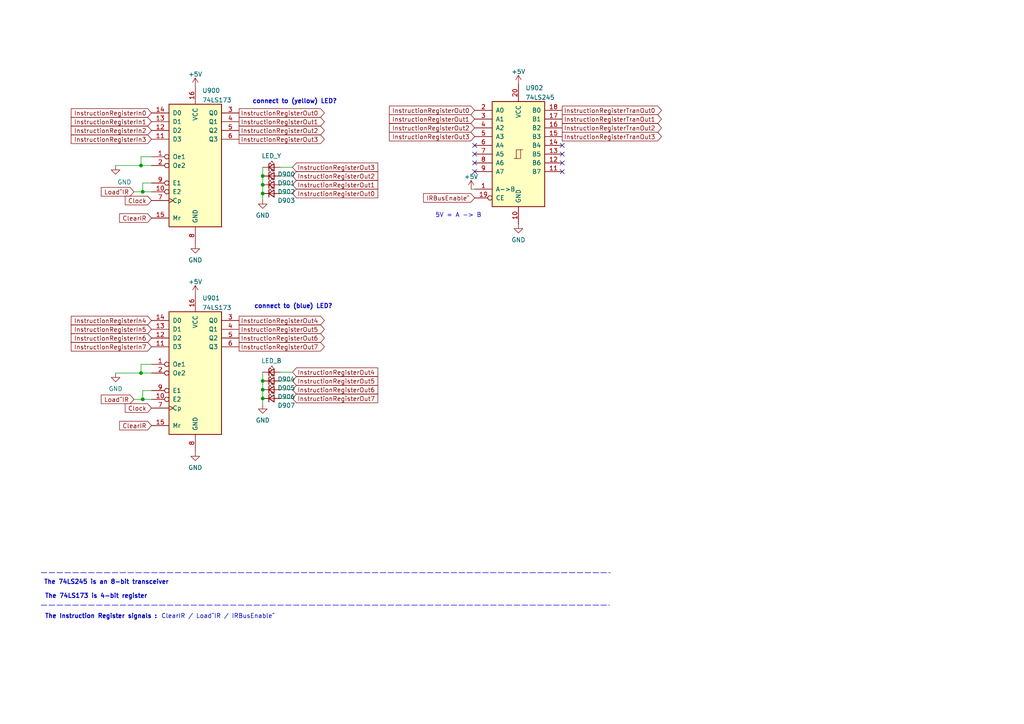
<source format=kicad_sch>
(kicad_sch (version 20211123) (generator eeschema)

  (uuid d5c4f1fa-3fc8-4082-8460-255f9e919c6f)

  (paper "A4")

  (title_block
    (title "InstructionRegister")
    (date "2022-11-11")
    (rev "0.1v")
    (company "FLYX")
  )

  (lib_symbols
    (symbol "74xx:74LS173" (pin_names (offset 1.016)) (in_bom yes) (on_board yes)
      (property "Reference" "U" (id 0) (at -7.62 19.05 0)
        (effects (font (size 1.27 1.27)))
      )
      (property "Value" "74LS173" (id 1) (at -7.62 -19.05 0)
        (effects (font (size 1.27 1.27)))
      )
      (property "Footprint" "" (id 2) (at 0 0 0)
        (effects (font (size 1.27 1.27)) hide)
      )
      (property "Datasheet" "http://www.ti.com/lit/gpn/sn74LS173" (id 3) (at 0 0 0)
        (effects (font (size 1.27 1.27)) hide)
      )
      (property "ki_locked" "" (id 4) (at 0 0 0)
        (effects (font (size 1.27 1.27)))
      )
      (property "ki_keywords" "TTL REG REG4 3State DFF" (id 5) (at 0 0 0)
        (effects (font (size 1.27 1.27)) hide)
      )
      (property "ki_description" "4-bit D-type Register, 3 state out" (id 6) (at 0 0 0)
        (effects (font (size 1.27 1.27)) hide)
      )
      (property "ki_fp_filters" "DIP?16*" (id 7) (at 0 0 0)
        (effects (font (size 1.27 1.27)) hide)
      )
      (symbol "74LS173_1_0"
        (pin input inverted (at -12.7 2.54 0) (length 5.08)
          (name "Oe1" (effects (font (size 1.27 1.27))))
          (number "1" (effects (font (size 1.27 1.27))))
        )
        (pin input inverted (at -12.7 -7.62 0) (length 5.08)
          (name "E2" (effects (font (size 1.27 1.27))))
          (number "10" (effects (font (size 1.27 1.27))))
        )
        (pin input line (at -12.7 7.62 0) (length 5.08)
          (name "D3" (effects (font (size 1.27 1.27))))
          (number "11" (effects (font (size 1.27 1.27))))
        )
        (pin input line (at -12.7 10.16 0) (length 5.08)
          (name "D2" (effects (font (size 1.27 1.27))))
          (number "12" (effects (font (size 1.27 1.27))))
        )
        (pin input line (at -12.7 12.7 0) (length 5.08)
          (name "D1" (effects (font (size 1.27 1.27))))
          (number "13" (effects (font (size 1.27 1.27))))
        )
        (pin input line (at -12.7 15.24 0) (length 5.08)
          (name "D0" (effects (font (size 1.27 1.27))))
          (number "14" (effects (font (size 1.27 1.27))))
        )
        (pin input line (at -12.7 -15.24 0) (length 5.08)
          (name "Mr" (effects (font (size 1.27 1.27))))
          (number "15" (effects (font (size 1.27 1.27))))
        )
        (pin power_in line (at 0 22.86 270) (length 5.08)
          (name "VCC" (effects (font (size 1.27 1.27))))
          (number "16" (effects (font (size 1.27 1.27))))
        )
        (pin input inverted (at -12.7 0 0) (length 5.08)
          (name "Oe2" (effects (font (size 1.27 1.27))))
          (number "2" (effects (font (size 1.27 1.27))))
        )
        (pin tri_state line (at 12.7 15.24 180) (length 5.08)
          (name "Q0" (effects (font (size 1.27 1.27))))
          (number "3" (effects (font (size 1.27 1.27))))
        )
        (pin tri_state line (at 12.7 12.7 180) (length 5.08)
          (name "Q1" (effects (font (size 1.27 1.27))))
          (number "4" (effects (font (size 1.27 1.27))))
        )
        (pin tri_state line (at 12.7 10.16 180) (length 5.08)
          (name "Q2" (effects (font (size 1.27 1.27))))
          (number "5" (effects (font (size 1.27 1.27))))
        )
        (pin tri_state line (at 12.7 7.62 180) (length 5.08)
          (name "Q3" (effects (font (size 1.27 1.27))))
          (number "6" (effects (font (size 1.27 1.27))))
        )
        (pin input clock (at -12.7 -10.16 0) (length 5.08)
          (name "Cp" (effects (font (size 1.27 1.27))))
          (number "7" (effects (font (size 1.27 1.27))))
        )
        (pin power_in line (at 0 -22.86 90) (length 5.08)
          (name "GND" (effects (font (size 1.27 1.27))))
          (number "8" (effects (font (size 1.27 1.27))))
        )
        (pin input inverted (at -12.7 -5.08 0) (length 5.08)
          (name "E1" (effects (font (size 1.27 1.27))))
          (number "9" (effects (font (size 1.27 1.27))))
        )
      )
      (symbol "74LS173_1_1"
        (rectangle (start -7.62 17.78) (end 7.62 -17.78)
          (stroke (width 0.254) (type default) (color 0 0 0 0))
          (fill (type background))
        )
      )
    )
    (symbol "74xx:74LS245" (pin_names (offset 1.016)) (in_bom yes) (on_board yes)
      (property "Reference" "U" (id 0) (at -7.62 16.51 0)
        (effects (font (size 1.27 1.27)))
      )
      (property "Value" "74LS245" (id 1) (at -7.62 -16.51 0)
        (effects (font (size 1.27 1.27)))
      )
      (property "Footprint" "" (id 2) (at 0 0 0)
        (effects (font (size 1.27 1.27)) hide)
      )
      (property "Datasheet" "http://www.ti.com/lit/gpn/sn74LS245" (id 3) (at 0 0 0)
        (effects (font (size 1.27 1.27)) hide)
      )
      (property "ki_locked" "" (id 4) (at 0 0 0)
        (effects (font (size 1.27 1.27)))
      )
      (property "ki_keywords" "TTL BUS 3State" (id 5) (at 0 0 0)
        (effects (font (size 1.27 1.27)) hide)
      )
      (property "ki_description" "Octal BUS Transceivers, 3-State outputs" (id 6) (at 0 0 0)
        (effects (font (size 1.27 1.27)) hide)
      )
      (property "ki_fp_filters" "DIP?20*" (id 7) (at 0 0 0)
        (effects (font (size 1.27 1.27)) hide)
      )
      (symbol "74LS245_1_0"
        (polyline
          (pts
            (xy -0.635 -1.27)
            (xy -0.635 1.27)
            (xy 0.635 1.27)
          )
          (stroke (width 0) (type default) (color 0 0 0 0))
          (fill (type none))
        )
        (polyline
          (pts
            (xy -1.27 -1.27)
            (xy 0.635 -1.27)
            (xy 0.635 1.27)
            (xy 1.27 1.27)
          )
          (stroke (width 0) (type default) (color 0 0 0 0))
          (fill (type none))
        )
        (pin input line (at -12.7 -10.16 0) (length 5.08)
          (name "A->B" (effects (font (size 1.27 1.27))))
          (number "1" (effects (font (size 1.27 1.27))))
        )
        (pin power_in line (at 0 -20.32 90) (length 5.08)
          (name "GND" (effects (font (size 1.27 1.27))))
          (number "10" (effects (font (size 1.27 1.27))))
        )
        (pin tri_state line (at 12.7 -5.08 180) (length 5.08)
          (name "B7" (effects (font (size 1.27 1.27))))
          (number "11" (effects (font (size 1.27 1.27))))
        )
        (pin tri_state line (at 12.7 -2.54 180) (length 5.08)
          (name "B6" (effects (font (size 1.27 1.27))))
          (number "12" (effects (font (size 1.27 1.27))))
        )
        (pin tri_state line (at 12.7 0 180) (length 5.08)
          (name "B5" (effects (font (size 1.27 1.27))))
          (number "13" (effects (font (size 1.27 1.27))))
        )
        (pin tri_state line (at 12.7 2.54 180) (length 5.08)
          (name "B4" (effects (font (size 1.27 1.27))))
          (number "14" (effects (font (size 1.27 1.27))))
        )
        (pin tri_state line (at 12.7 5.08 180) (length 5.08)
          (name "B3" (effects (font (size 1.27 1.27))))
          (number "15" (effects (font (size 1.27 1.27))))
        )
        (pin tri_state line (at 12.7 7.62 180) (length 5.08)
          (name "B2" (effects (font (size 1.27 1.27))))
          (number "16" (effects (font (size 1.27 1.27))))
        )
        (pin tri_state line (at 12.7 10.16 180) (length 5.08)
          (name "B1" (effects (font (size 1.27 1.27))))
          (number "17" (effects (font (size 1.27 1.27))))
        )
        (pin tri_state line (at 12.7 12.7 180) (length 5.08)
          (name "B0" (effects (font (size 1.27 1.27))))
          (number "18" (effects (font (size 1.27 1.27))))
        )
        (pin input inverted (at -12.7 -12.7 0) (length 5.08)
          (name "CE" (effects (font (size 1.27 1.27))))
          (number "19" (effects (font (size 1.27 1.27))))
        )
        (pin tri_state line (at -12.7 12.7 0) (length 5.08)
          (name "A0" (effects (font (size 1.27 1.27))))
          (number "2" (effects (font (size 1.27 1.27))))
        )
        (pin power_in line (at 0 20.32 270) (length 5.08)
          (name "VCC" (effects (font (size 1.27 1.27))))
          (number "20" (effects (font (size 1.27 1.27))))
        )
        (pin tri_state line (at -12.7 10.16 0) (length 5.08)
          (name "A1" (effects (font (size 1.27 1.27))))
          (number "3" (effects (font (size 1.27 1.27))))
        )
        (pin tri_state line (at -12.7 7.62 0) (length 5.08)
          (name "A2" (effects (font (size 1.27 1.27))))
          (number "4" (effects (font (size 1.27 1.27))))
        )
        (pin tri_state line (at -12.7 5.08 0) (length 5.08)
          (name "A3" (effects (font (size 1.27 1.27))))
          (number "5" (effects (font (size 1.27 1.27))))
        )
        (pin tri_state line (at -12.7 2.54 0) (length 5.08)
          (name "A4" (effects (font (size 1.27 1.27))))
          (number "6" (effects (font (size 1.27 1.27))))
        )
        (pin tri_state line (at -12.7 0 0) (length 5.08)
          (name "A5" (effects (font (size 1.27 1.27))))
          (number "7" (effects (font (size 1.27 1.27))))
        )
        (pin tri_state line (at -12.7 -2.54 0) (length 5.08)
          (name "A6" (effects (font (size 1.27 1.27))))
          (number "8" (effects (font (size 1.27 1.27))))
        )
        (pin tri_state line (at -12.7 -5.08 0) (length 5.08)
          (name "A7" (effects (font (size 1.27 1.27))))
          (number "9" (effects (font (size 1.27 1.27))))
        )
      )
      (symbol "74LS245_1_1"
        (rectangle (start -7.62 15.24) (end 7.62 -15.24)
          (stroke (width 0.254) (type default) (color 0 0 0 0))
          (fill (type background))
        )
      )
    )
    (symbol "Device:LED_Small" (pin_numbers hide) (pin_names (offset 0.254) hide) (in_bom yes) (on_board yes)
      (property "Reference" "D" (id 0) (at -1.27 3.175 0)
        (effects (font (size 1.27 1.27)) (justify left))
      )
      (property "Value" "LED_Small" (id 1) (at -4.445 -2.54 0)
        (effects (font (size 1.27 1.27)) (justify left))
      )
      (property "Footprint" "" (id 2) (at 0 0 90)
        (effects (font (size 1.27 1.27)) hide)
      )
      (property "Datasheet" "~" (id 3) (at 0 0 90)
        (effects (font (size 1.27 1.27)) hide)
      )
      (property "ki_keywords" "LED diode light-emitting-diode" (id 4) (at 0 0 0)
        (effects (font (size 1.27 1.27)) hide)
      )
      (property "ki_description" "Light emitting diode, small symbol" (id 5) (at 0 0 0)
        (effects (font (size 1.27 1.27)) hide)
      )
      (property "ki_fp_filters" "LED* LED_SMD:* LED_THT:*" (id 6) (at 0 0 0)
        (effects (font (size 1.27 1.27)) hide)
      )
      (symbol "LED_Small_0_1"
        (polyline
          (pts
            (xy -0.762 -1.016)
            (xy -0.762 1.016)
          )
          (stroke (width 0.254) (type default) (color 0 0 0 0))
          (fill (type none))
        )
        (polyline
          (pts
            (xy 1.016 0)
            (xy -0.762 0)
          )
          (stroke (width 0) (type default) (color 0 0 0 0))
          (fill (type none))
        )
        (polyline
          (pts
            (xy 0.762 -1.016)
            (xy -0.762 0)
            (xy 0.762 1.016)
            (xy 0.762 -1.016)
          )
          (stroke (width 0.254) (type default) (color 0 0 0 0))
          (fill (type none))
        )
        (polyline
          (pts
            (xy 0 0.762)
            (xy -0.508 1.27)
            (xy -0.254 1.27)
            (xy -0.508 1.27)
            (xy -0.508 1.016)
          )
          (stroke (width 0) (type default) (color 0 0 0 0))
          (fill (type none))
        )
        (polyline
          (pts
            (xy 0.508 1.27)
            (xy 0 1.778)
            (xy 0.254 1.778)
            (xy 0 1.778)
            (xy 0 1.524)
          )
          (stroke (width 0) (type default) (color 0 0 0 0))
          (fill (type none))
        )
      )
      (symbol "LED_Small_1_1"
        (pin passive line (at -2.54 0 0) (length 1.778)
          (name "K" (effects (font (size 1.27 1.27))))
          (number "1" (effects (font (size 1.27 1.27))))
        )
        (pin passive line (at 2.54 0 180) (length 1.778)
          (name "A" (effects (font (size 1.27 1.27))))
          (number "2" (effects (font (size 1.27 1.27))))
        )
      )
    )
    (symbol "power:+5V" (power) (pin_names (offset 0)) (in_bom yes) (on_board yes)
      (property "Reference" "#PWR" (id 0) (at 0 -3.81 0)
        (effects (font (size 1.27 1.27)) hide)
      )
      (property "Value" "+5V" (id 1) (at 0 3.556 0)
        (effects (font (size 1.27 1.27)))
      )
      (property "Footprint" "" (id 2) (at 0 0 0)
        (effects (font (size 1.27 1.27)) hide)
      )
      (property "Datasheet" "" (id 3) (at 0 0 0)
        (effects (font (size 1.27 1.27)) hide)
      )
      (property "ki_keywords" "power-flag" (id 4) (at 0 0 0)
        (effects (font (size 1.27 1.27)) hide)
      )
      (property "ki_description" "Power symbol creates a global label with name \"+5V\"" (id 5) (at 0 0 0)
        (effects (font (size 1.27 1.27)) hide)
      )
      (symbol "+5V_0_1"
        (polyline
          (pts
            (xy -0.762 1.27)
            (xy 0 2.54)
          )
          (stroke (width 0) (type default) (color 0 0 0 0))
          (fill (type none))
        )
        (polyline
          (pts
            (xy 0 0)
            (xy 0 2.54)
          )
          (stroke (width 0) (type default) (color 0 0 0 0))
          (fill (type none))
        )
        (polyline
          (pts
            (xy 0 2.54)
            (xy 0.762 1.27)
          )
          (stroke (width 0) (type default) (color 0 0 0 0))
          (fill (type none))
        )
      )
      (symbol "+5V_1_1"
        (pin power_in line (at 0 0 90) (length 0) hide
          (name "+5V" (effects (font (size 1.27 1.27))))
          (number "1" (effects (font (size 1.27 1.27))))
        )
      )
    )
    (symbol "power:GND" (power) (pin_names (offset 0)) (in_bom yes) (on_board yes)
      (property "Reference" "#PWR" (id 0) (at 0 -6.35 0)
        (effects (font (size 1.27 1.27)) hide)
      )
      (property "Value" "GND" (id 1) (at 0 -3.81 0)
        (effects (font (size 1.27 1.27)))
      )
      (property "Footprint" "" (id 2) (at 0 0 0)
        (effects (font (size 1.27 1.27)) hide)
      )
      (property "Datasheet" "" (id 3) (at 0 0 0)
        (effects (font (size 1.27 1.27)) hide)
      )
      (property "ki_keywords" "power-flag" (id 4) (at 0 0 0)
        (effects (font (size 1.27 1.27)) hide)
      )
      (property "ki_description" "Power symbol creates a global label with name \"GND\" , ground" (id 5) (at 0 0 0)
        (effects (font (size 1.27 1.27)) hide)
      )
      (symbol "GND_0_1"
        (polyline
          (pts
            (xy 0 0)
            (xy 0 -1.27)
            (xy 1.27 -1.27)
            (xy 0 -2.54)
            (xy -1.27 -1.27)
            (xy 0 -1.27)
          )
          (stroke (width 0) (type default) (color 0 0 0 0))
          (fill (type none))
        )
      )
      (symbol "GND_1_1"
        (pin power_in line (at 0 0 270) (length 0) hide
          (name "GND" (effects (font (size 1.27 1.27))))
          (number "1" (effects (font (size 1.27 1.27))))
        )
      )
    )
  )

  (junction (at 40.894 48.006) (diameter 0) (color 0 0 0 0)
    (uuid 139aaf37-d651-4a7d-8f3e-ba9c7b40c8dc)
  )
  (junction (at 76.2 56.134) (diameter 0) (color 0 0 0 0)
    (uuid 1799fe46-0229-4350-bd89-b1334ef8a2db)
  )
  (junction (at 76.2 115.57) (diameter 0) (color 0 0 0 0)
    (uuid 19b8753e-a770-42ee-a39f-114700a70727)
  )
  (junction (at 40.894 108.204) (diameter 0) (color 0 0 0 0)
    (uuid 2bd15b88-bfa7-4343-85f7-a4bf87cbdb9c)
  )
  (junction (at 41.402 55.626) (diameter 0) (color 0 0 0 0)
    (uuid 2f3e6f8a-067b-4be4-8100-0ee3ba1aa8d6)
  )
  (junction (at 76.2 110.49) (diameter 0) (color 0 0 0 0)
    (uuid 7387b1a7-2fa6-44fa-b948-852bd8cb633f)
  )
  (junction (at 76.2 113.03) (diameter 0) (color 0 0 0 0)
    (uuid 98849068-5e0e-4257-8343-59024f701640)
  )
  (junction (at 76.2 51.054) (diameter 0) (color 0 0 0 0)
    (uuid a2833ecc-19ae-4f12-b4dc-1419e1fdbd5d)
  )
  (junction (at 76.2 53.594) (diameter 0) (color 0 0 0 0)
    (uuid e69cf7cc-4203-4556-9539-09d7bbf10812)
  )
  (junction (at 41.402 115.824) (diameter 0) (color 0 0 0 0)
    (uuid f1309435-5f75-484d-80eb-ac3ee3412fa6)
  )

  (no_connect (at 163.068 42.164) (uuid 24c566ee-7074-4e8f-9bc4-9f91ec71320e))
  (no_connect (at 163.068 44.704) (uuid 24c566ee-7074-4e8f-9bc4-9f91ec71320f))
  (no_connect (at 163.068 47.244) (uuid 24c566ee-7074-4e8f-9bc4-9f91ec713210))
  (no_connect (at 163.068 49.784) (uuid 24c566ee-7074-4e8f-9bc4-9f91ec713211))
  (no_connect (at 137.668 42.164) (uuid 24c566ee-7074-4e8f-9bc4-9f91ec713212))
  (no_connect (at 137.668 44.704) (uuid 24c566ee-7074-4e8f-9bc4-9f91ec713213))
  (no_connect (at 137.668 47.244) (uuid 24c566ee-7074-4e8f-9bc4-9f91ec713214))
  (no_connect (at 137.668 49.784) (uuid 24c566ee-7074-4e8f-9bc4-9f91ec713215))

  (wire (pts (xy 43.942 113.284) (xy 41.402 113.284))
    (stroke (width 0) (type default) (color 0 0 0 0))
    (uuid 0b46ef46-cf3a-4cb1-8142-1f284b97508e)
  )
  (wire (pts (xy 41.402 113.284) (xy 41.402 115.824))
    (stroke (width 0) (type default) (color 0 0 0 0))
    (uuid 133f0c0b-73b4-4dbb-9f2b-c72780885d4e)
  )
  (wire (pts (xy 43.942 45.466) (xy 40.894 45.466))
    (stroke (width 0) (type default) (color 0 0 0 0))
    (uuid 158bc620-a684-461c-bca0-de7b67c7476d)
  )
  (wire (pts (xy 40.894 105.664) (xy 40.894 108.204))
    (stroke (width 0) (type default) (color 0 0 0 0))
    (uuid 17086953-a05b-4389-8406-e679e7be7105)
  )
  (wire (pts (xy 76.2 107.95) (xy 76.2 110.49))
    (stroke (width 0) (type default) (color 0 0 0 0))
    (uuid 178b6a2c-bf20-4fb8-a081-eac83d870d6e)
  )
  (wire (pts (xy 33.528 108.204) (xy 40.894 108.204))
    (stroke (width 0) (type default) (color 0 0 0 0))
    (uuid 1af84461-d56c-47ae-9a88-921f8a59edd2)
  )
  (wire (pts (xy 76.2 51.054) (xy 76.2 53.594))
    (stroke (width 0) (type default) (color 0 0 0 0))
    (uuid 1e86eaa8-cd04-4480-b173-1d8f217bc8c8)
  )
  (wire (pts (xy 43.942 108.204) (xy 40.894 108.204))
    (stroke (width 0) (type default) (color 0 0 0 0))
    (uuid 22f52919-6003-484d-9b63-6c3b45810536)
  )
  (wire (pts (xy 81.28 53.594) (xy 84.836 53.594))
    (stroke (width 0) (type default) (color 0 0 0 0))
    (uuid 28a2b494-0596-4b1f-8163-70d0b62bde0e)
  )
  (wire (pts (xy 81.28 48.514) (xy 84.836 48.514))
    (stroke (width 0) (type default) (color 0 0 0 0))
    (uuid 308981f8-1b17-4df5-abfe-e829d77e28f8)
  )
  (wire (pts (xy 41.402 55.626) (xy 43.942 55.626))
    (stroke (width 0) (type default) (color 0 0 0 0))
    (uuid 31e28df7-3da1-417c-8b67-31fba2568e93)
  )
  (wire (pts (xy 76.2 110.49) (xy 76.2 113.03))
    (stroke (width 0) (type default) (color 0 0 0 0))
    (uuid 3c48bbbc-2944-434e-9e48-4aeb6c20ce53)
  )
  (wire (pts (xy 43.942 48.006) (xy 40.894 48.006))
    (stroke (width 0) (type default) (color 0 0 0 0))
    (uuid 436925b2-7b99-4894-8422-eac592dffefd)
  )
  (wire (pts (xy 81.28 107.95) (xy 84.836 107.95))
    (stroke (width 0) (type default) (color 0 0 0 0))
    (uuid 49810e36-27a6-4dd8-85b1-26b3262ae11c)
  )
  (wire (pts (xy 41.402 53.086) (xy 41.402 55.626))
    (stroke (width 0) (type default) (color 0 0 0 0))
    (uuid 503f0f0b-26bd-44e0-9302-71d808954903)
  )
  (wire (pts (xy 33.528 48.006) (xy 40.894 48.006))
    (stroke (width 0) (type default) (color 0 0 0 0))
    (uuid 59cc419b-de36-4132-a57b-340200ce6e66)
  )
  (wire (pts (xy 76.2 113.03) (xy 76.2 115.57))
    (stroke (width 0) (type default) (color 0 0 0 0))
    (uuid 62f6ec66-3f38-467a-a55b-0c43f6c25b96)
  )
  (wire (pts (xy 43.942 105.664) (xy 40.894 105.664))
    (stroke (width 0) (type default) (color 0 0 0 0))
    (uuid 693be82e-519b-4cd2-9691-9be4ae8d3c95)
  )
  (polyline (pts (xy 11.938 175.514) (xy 176.784 175.514))
    (stroke (width 0) (type default) (color 0 0 0 0))
    (uuid 6a9b585e-1c8c-4d84-b23a-f00fd69a830b)
  )

  (wire (pts (xy 81.28 113.03) (xy 84.836 113.03))
    (stroke (width 0) (type default) (color 0 0 0 0))
    (uuid 75487870-e12b-41c3-9886-af6829ba631f)
  )
  (wire (pts (xy 41.402 115.824) (xy 43.942 115.824))
    (stroke (width 0) (type default) (color 0 0 0 0))
    (uuid 76975803-bb80-4374-9138-b5ca56bb5c51)
  )
  (polyline (pts (xy 11.938 166.116) (xy 177.038 166.116))
    (stroke (width 0) (type default) (color 0 0 0 0))
    (uuid 7cadf606-ff23-4dff-94a1-d990cc9e8b6f)
  )

  (wire (pts (xy 81.28 51.054) (xy 84.836 51.054))
    (stroke (width 0) (type default) (color 0 0 0 0))
    (uuid 82cb453f-c2b3-4e8d-bf88-37d4adaf8f97)
  )
  (wire (pts (xy 76.2 56.134) (xy 76.2 57.912))
    (stroke (width 0) (type default) (color 0 0 0 0))
    (uuid 8d78a386-1a8e-44c6-a677-150545b85bbd)
  )
  (wire (pts (xy 76.2 115.57) (xy 76.2 117.348))
    (stroke (width 0) (type default) (color 0 0 0 0))
    (uuid 9b3325ff-6360-4bf7-894f-367a3669248c)
  )
  (wire (pts (xy 38.862 115.824) (xy 41.402 115.824))
    (stroke (width 0) (type default) (color 0 0 0 0))
    (uuid a40ec2af-9ad3-4334-954a-fda7b3dda604)
  )
  (wire (pts (xy 81.28 115.57) (xy 84.836 115.57))
    (stroke (width 0) (type default) (color 0 0 0 0))
    (uuid a50e34ec-78e2-4c16-9fe0-edc90e7b97e2)
  )
  (wire (pts (xy 76.2 48.514) (xy 76.2 51.054))
    (stroke (width 0) (type default) (color 0 0 0 0))
    (uuid a9669e73-0978-4947-a094-689a18b0faaf)
  )
  (wire (pts (xy 43.942 53.086) (xy 41.402 53.086))
    (stroke (width 0) (type default) (color 0 0 0 0))
    (uuid aafb9fdc-e7a9-4181-afaf-9798ef648cd1)
  )
  (wire (pts (xy 40.894 45.466) (xy 40.894 48.006))
    (stroke (width 0) (type default) (color 0 0 0 0))
    (uuid c250bd32-e280-451b-ac8e-47de63d644bc)
  )
  (wire (pts (xy 136.652 54.864) (xy 137.668 54.864))
    (stroke (width 0) (type default) (color 0 0 0 0))
    (uuid c2a104b7-e52e-4964-820b-f55d8c443460)
  )
  (wire (pts (xy 81.28 56.134) (xy 84.836 56.134))
    (stroke (width 0) (type default) (color 0 0 0 0))
    (uuid dcba0fb3-7c18-43e6-84d4-4a1053c6a20a)
  )
  (wire (pts (xy 81.28 110.49) (xy 84.836 110.49))
    (stroke (width 0) (type default) (color 0 0 0 0))
    (uuid e93643f1-e7e3-4305-81fc-ca8d612a16c4)
  )
  (wire (pts (xy 76.2 53.594) (xy 76.2 56.134))
    (stroke (width 0) (type default) (color 0 0 0 0))
    (uuid ec6221a9-d28c-4cf8-9767-e5294b902162)
  )
  (wire (pts (xy 38.862 55.626) (xy 41.402 55.626))
    (stroke (width 0) (type default) (color 0 0 0 0))
    (uuid ee147c48-1224-41d8-bbcb-b8aa7382847c)
  )

  (text "The 74LS173 is 4-bit register" (at 12.954 173.736 0)
    (effects (font (size 1.27 1.27) (thickness 0.254) bold) (justify left bottom))
    (uuid 01a42758-99ba-474e-be33-d674fefb3b35)
  )
  (text "The Instruction Register signals :" (at 12.954 179.578 0)
    (effects (font (size 1.27 1.27) (thickness 0.254) bold) (justify left bottom))
    (uuid 1435a85d-b2ab-40ff-8820-5523bfed863d)
  )
  (text "The 74LS245 is an 8-bit transceiver" (at 12.7 169.672 0)
    (effects (font (size 1.27 1.27) (thickness 0.254) bold) (justify left bottom))
    (uuid 362c7fdb-d4d7-4746-91cd-695d44c090f6)
  )
  (text "connect to (blue) LED?" (at 73.66 89.662 0)
    (effects (font (size 1.27 1.27) (thickness 0.254) bold) (justify left bottom))
    (uuid 3da1bf56-6114-40ff-84ae-dd6191aa5128)
  )
  (text "ClearIR / Load^IR / IRBusEnable^" (at 46.736 179.578 0)
    (effects (font (size 1.27 1.27)) (justify left bottom))
    (uuid afc1cda9-b355-4a65-92b8-2768c705745f)
  )
  (text "5V = A -> B" (at 126.238 63.246 0)
    (effects (font (size 1.27 1.27)) (justify left bottom))
    (uuid caeb8276-c6f8-414b-af47-e77c7364c1a7)
  )
  (text "connect to (yellow) LED?" (at 73.152 30.226 0)
    (effects (font (size 1.27 1.27) (thickness 0.254) bold) (justify left bottom))
    (uuid e8413139-4f27-4bb7-b863-6348902a68e5)
  )

  (global_label "InstructionRegisterOut3" (shape input) (at 84.836 48.514 0) (fields_autoplaced)
    (effects (font (size 1.27 1.27)) (justify left))
    (uuid 04a7aa27-f5a9-4329-b781-0cd0e90f2f9d)
    (property "Intersheet References" "${INTERSHEET_REFS}" (id 0) (at 109.5648 48.5934 0)
      (effects (font (size 1.27 1.27)) (justify left) hide)
    )
  )
  (global_label "InstructionRegisterOut0" (shape output) (at 69.342 32.766 0) (fields_autoplaced)
    (effects (font (size 1.27 1.27)) (justify left))
    (uuid 12a2183f-2819-40d5-ac09-721967f4d220)
    (property "Intersheet References" "${INTERSHEET_REFS}" (id 0) (at 94.0708 32.6866 0)
      (effects (font (size 1.27 1.27)) (justify left) hide)
    )
  )
  (global_label "InstructionRegisterOut2" (shape input) (at 137.668 37.084 180) (fields_autoplaced)
    (effects (font (size 1.27 1.27)) (justify right))
    (uuid 186c556c-4e63-4031-aec6-b64de5e10936)
    (property "Intersheet References" "${INTERSHEET_REFS}" (id 0) (at 112.9392 37.0046 0)
      (effects (font (size 1.27 1.27)) (justify right) hide)
    )
  )
  (global_label "InstructionRegisterOut5" (shape output) (at 69.342 95.504 0) (fields_autoplaced)
    (effects (font (size 1.27 1.27)) (justify left))
    (uuid 2ed0eaa8-e4ac-4a6d-a033-823cf604bcd6)
    (property "Intersheet References" "${INTERSHEET_REFS}" (id 0) (at 94.0708 95.4246 0)
      (effects (font (size 1.27 1.27)) (justify left) hide)
    )
  )
  (global_label "InstructionRegisterOut2" (shape input) (at 84.836 51.054 0) (fields_autoplaced)
    (effects (font (size 1.27 1.27)) (justify left))
    (uuid 31d6e6f4-c1eb-479e-881f-ffd1e14120a9)
    (property "Intersheet References" "${INTERSHEET_REFS}" (id 0) (at 109.5648 51.1334 0)
      (effects (font (size 1.27 1.27)) (justify left) hide)
    )
  )
  (global_label "InstructionRegisterIn5" (shape input) (at 43.942 95.504 180) (fields_autoplaced)
    (effects (font (size 1.27 1.27)) (justify right))
    (uuid 3b728bba-0272-4218-bdae-652712f636a6)
    (property "Intersheet References" "${INTERSHEET_REFS}" (id 0) (at 20.6646 95.4246 0)
      (effects (font (size 1.27 1.27)) (justify right) hide)
    )
  )
  (global_label "ClearIR" (shape input) (at 43.942 63.246 180) (fields_autoplaced)
    (effects (font (size 1.27 1.27)) (justify right))
    (uuid 45a67a03-9ed2-4c92-b2b4-c94944fcbd37)
    (property "Intersheet References" "${INTERSHEET_REFS}" (id 0) (at 34.6951 63.1666 0)
      (effects (font (size 1.27 1.27)) (justify right) hide)
    )
  )
  (global_label "InstructionRegisterIn1" (shape input) (at 43.942 35.306 180) (fields_autoplaced)
    (effects (font (size 1.27 1.27)) (justify right))
    (uuid 48279a5d-93d7-4c61-a380-4f3dc956756c)
    (property "Intersheet References" "${INTERSHEET_REFS}" (id 0) (at 20.6646 35.2266 0)
      (effects (font (size 1.27 1.27)) (justify right) hide)
    )
  )
  (global_label "InstructionRegisterIn3" (shape input) (at 43.942 40.386 180) (fields_autoplaced)
    (effects (font (size 1.27 1.27)) (justify right))
    (uuid 4c2da29e-9b4b-4080-afc0-45b9e086b9b5)
    (property "Intersheet References" "${INTERSHEET_REFS}" (id 0) (at 20.6646 40.3066 0)
      (effects (font (size 1.27 1.27)) (justify right) hide)
    )
  )
  (global_label "Clock" (shape input) (at 43.942 118.364 180) (fields_autoplaced)
    (effects (font (size 1.27 1.27)) (justify right))
    (uuid 59a03aa7-bdb0-4003-950a-8e95321805fd)
    (property "Intersheet References" "${INTERSHEET_REFS}" (id 0) (at 36.3279 118.2846 0)
      (effects (font (size 1.27 1.27)) (justify right) hide)
    )
  )
  (global_label "InstructionRegisterOut6" (shape output) (at 69.342 98.044 0) (fields_autoplaced)
    (effects (font (size 1.27 1.27)) (justify left))
    (uuid 64ce864b-1f8f-4dd1-99b0-8cba85ebf6ae)
    (property "Intersheet References" "${INTERSHEET_REFS}" (id 0) (at 94.0708 97.9646 0)
      (effects (font (size 1.27 1.27)) (justify left) hide)
    )
  )
  (global_label "InstructionRegisterTranOut1" (shape output) (at 163.068 34.544 0) (fields_autoplaced)
    (effects (font (size 1.27 1.27)) (justify left))
    (uuid 6a6db224-5c79-4439-9ddf-ae3a417491f0)
    (property "Intersheet References" "${INTERSHEET_REFS}" (id 0) (at 191.8487 34.4646 0)
      (effects (font (size 1.27 1.27)) (justify left) hide)
    )
  )
  (global_label "InstructionRegisterIn2" (shape input) (at 43.942 37.846 180) (fields_autoplaced)
    (effects (font (size 1.27 1.27)) (justify right))
    (uuid 78b0264f-c293-4a49-8634-a8dedb21d072)
    (property "Intersheet References" "${INTERSHEET_REFS}" (id 0) (at 20.6646 37.7666 0)
      (effects (font (size 1.27 1.27)) (justify right) hide)
    )
  )
  (global_label "InstructionRegisterOut7" (shape input) (at 84.836 115.57 0) (fields_autoplaced)
    (effects (font (size 1.27 1.27)) (justify left))
    (uuid 805563f2-e69a-4a35-9f99-23c4e789ad11)
    (property "Intersheet References" "${INTERSHEET_REFS}" (id 0) (at 109.5648 115.4906 0)
      (effects (font (size 1.27 1.27)) (justify left) hide)
    )
  )
  (global_label "InstructionRegisterIn6" (shape input) (at 43.942 98.044 180) (fields_autoplaced)
    (effects (font (size 1.27 1.27)) (justify right))
    (uuid 8d7d0d57-98a5-460e-b4f6-fb0dd9df5953)
    (property "Intersheet References" "${INTERSHEET_REFS}" (id 0) (at 20.6646 97.9646 0)
      (effects (font (size 1.27 1.27)) (justify right) hide)
    )
  )
  (global_label "InstructionRegisterOut1" (shape input) (at 84.836 53.594 0) (fields_autoplaced)
    (effects (font (size 1.27 1.27)) (justify left))
    (uuid 9192f3e0-c549-4726-a027-297f2ac21808)
    (property "Intersheet References" "${INTERSHEET_REFS}" (id 0) (at 109.5648 53.6734 0)
      (effects (font (size 1.27 1.27)) (justify left) hide)
    )
  )
  (global_label "Load^IR" (shape input) (at 38.862 115.824 180) (fields_autoplaced)
    (effects (font (size 1.27 1.27)) (justify right))
    (uuid 98e7c587-f89d-402c-8fe7-a9e60de37ba7)
    (property "Intersheet References" "${INTERSHEET_REFS}" (id 0) (at 29.3732 115.7446 0)
      (effects (font (size 1.27 1.27)) (justify right) hide)
    )
  )
  (global_label "InstructionRegisterOut6" (shape input) (at 84.836 113.03 0) (fields_autoplaced)
    (effects (font (size 1.27 1.27)) (justify left))
    (uuid 9ee9af6b-a2b7-44b5-bb48-8d305db617d1)
    (property "Intersheet References" "${INTERSHEET_REFS}" (id 0) (at 109.5648 112.9506 0)
      (effects (font (size 1.27 1.27)) (justify left) hide)
    )
  )
  (global_label "InstructionRegisterOut7" (shape output) (at 69.342 100.584 0) (fields_autoplaced)
    (effects (font (size 1.27 1.27)) (justify left))
    (uuid a0ec7110-e435-4093-b7ae-f47eab86e5ee)
    (property "Intersheet References" "${INTERSHEET_REFS}" (id 0) (at 94.0708 100.5046 0)
      (effects (font (size 1.27 1.27)) (justify left) hide)
    )
  )
  (global_label "Clock" (shape input) (at 43.942 58.166 180) (fields_autoplaced)
    (effects (font (size 1.27 1.27)) (justify right))
    (uuid a427e899-e7a8-439c-984e-1d7eeda4ff5b)
    (property "Intersheet References" "${INTERSHEET_REFS}" (id 0) (at 36.3279 58.0866 0)
      (effects (font (size 1.27 1.27)) (justify right) hide)
    )
  )
  (global_label "InstructionRegisterOut3" (shape input) (at 137.668 39.624 180) (fields_autoplaced)
    (effects (font (size 1.27 1.27)) (justify right))
    (uuid b2632079-9a2f-47b6-9084-5934a57c3e23)
    (property "Intersheet References" "${INTERSHEET_REFS}" (id 0) (at 112.9392 39.5446 0)
      (effects (font (size 1.27 1.27)) (justify right) hide)
    )
  )
  (global_label "InstructionRegisterOut5" (shape input) (at 84.836 110.49 0) (fields_autoplaced)
    (effects (font (size 1.27 1.27)) (justify left))
    (uuid ba5b140d-04bb-4bcd-b552-0d7b3019499d)
    (property "Intersheet References" "${INTERSHEET_REFS}" (id 0) (at 109.5648 110.4106 0)
      (effects (font (size 1.27 1.27)) (justify left) hide)
    )
  )
  (global_label "InstructionRegisterTranOut0" (shape output) (at 163.068 32.004 0) (fields_autoplaced)
    (effects (font (size 1.27 1.27)) (justify left))
    (uuid bdd1f0a3-360f-42e0-bd03-4b9c1c110611)
    (property "Intersheet References" "${INTERSHEET_REFS}" (id 0) (at 191.8487 31.9246 0)
      (effects (font (size 1.27 1.27)) (justify left) hide)
    )
  )
  (global_label "InstructionRegisterOut4" (shape output) (at 69.342 92.964 0) (fields_autoplaced)
    (effects (font (size 1.27 1.27)) (justify left))
    (uuid be1f5f3f-49ea-4b7c-ab6d-9a6b297293a9)
    (property "Intersheet References" "${INTERSHEET_REFS}" (id 0) (at 94.0708 92.8846 0)
      (effects (font (size 1.27 1.27)) (justify left) hide)
    )
  )
  (global_label "InstructionRegisterTranOut3" (shape output) (at 163.068 39.624 0) (fields_autoplaced)
    (effects (font (size 1.27 1.27)) (justify left))
    (uuid c2d61b59-b566-46ff-9980-4b83d0ea77b6)
    (property "Intersheet References" "${INTERSHEET_REFS}" (id 0) (at 191.8487 39.5446 0)
      (effects (font (size 1.27 1.27)) (justify left) hide)
    )
  )
  (global_label "InstructionRegisterIn7" (shape input) (at 43.942 100.584 180) (fields_autoplaced)
    (effects (font (size 1.27 1.27)) (justify right))
    (uuid d31737e7-a0d5-4bd8-99e9-512d3640a4f3)
    (property "Intersheet References" "${INTERSHEET_REFS}" (id 0) (at 20.6646 100.5046 0)
      (effects (font (size 1.27 1.27)) (justify right) hide)
    )
  )
  (global_label "InstructionRegisterOut0" (shape input) (at 137.668 32.004 180) (fields_autoplaced)
    (effects (font (size 1.27 1.27)) (justify right))
    (uuid d8c0e28e-2ffe-4d44-85aa-2d9fb0987072)
    (property "Intersheet References" "${INTERSHEET_REFS}" (id 0) (at 112.9392 32.0834 0)
      (effects (font (size 1.27 1.27)) (justify right) hide)
    )
  )
  (global_label "InstructionRegisterOut3" (shape output) (at 69.342 40.386 0) (fields_autoplaced)
    (effects (font (size 1.27 1.27)) (justify left))
    (uuid d8d64833-4d37-4b97-a470-de852b16385e)
    (property "Intersheet References" "${INTERSHEET_REFS}" (id 0) (at 94.0708 40.3066 0)
      (effects (font (size 1.27 1.27)) (justify left) hide)
    )
  )
  (global_label "InstructionRegisterIn0" (shape input) (at 43.942 32.766 180) (fields_autoplaced)
    (effects (font (size 1.27 1.27)) (justify right))
    (uuid de2c4e8f-4a55-4788-95ff-8ffe7a010949)
    (property "Intersheet References" "${INTERSHEET_REFS}" (id 0) (at 20.6646 32.6866 0)
      (effects (font (size 1.27 1.27)) (justify right) hide)
    )
  )
  (global_label "InstructionRegisterOut1" (shape output) (at 69.342 35.306 0) (fields_autoplaced)
    (effects (font (size 1.27 1.27)) (justify left))
    (uuid e01f77d4-99ff-4a6f-9f31-42d712aaf4e7)
    (property "Intersheet References" "${INTERSHEET_REFS}" (id 0) (at 94.0708 35.2266 0)
      (effects (font (size 1.27 1.27)) (justify left) hide)
    )
  )
  (global_label "InstructionRegisterOut1" (shape input) (at 137.668 34.544 180) (fields_autoplaced)
    (effects (font (size 1.27 1.27)) (justify right))
    (uuid e0fafae2-44de-4eb9-8a6b-7c917bac02b8)
    (property "Intersheet References" "${INTERSHEET_REFS}" (id 0) (at 112.9392 34.4646 0)
      (effects (font (size 1.27 1.27)) (justify right) hide)
    )
  )
  (global_label "InstructionRegisterOut2" (shape output) (at 69.342 37.846 0) (fields_autoplaced)
    (effects (font (size 1.27 1.27)) (justify left))
    (uuid e1b8f941-2dc1-4ba5-bbdc-ac843cc4500a)
    (property "Intersheet References" "${INTERSHEET_REFS}" (id 0) (at 94.0708 37.7666 0)
      (effects (font (size 1.27 1.27)) (justify left) hide)
    )
  )
  (global_label "InstructionRegisterIn4" (shape input) (at 43.942 92.964 180) (fields_autoplaced)
    (effects (font (size 1.27 1.27)) (justify right))
    (uuid e4e84e8d-3c92-4d65-867b-30d48b378bbf)
    (property "Intersheet References" "${INTERSHEET_REFS}" (id 0) (at 20.6646 92.8846 0)
      (effects (font (size 1.27 1.27)) (justify right) hide)
    )
  )
  (global_label "Load^IR" (shape input) (at 38.862 55.626 180) (fields_autoplaced)
    (effects (font (size 1.27 1.27)) (justify right))
    (uuid e648bce3-d5b6-4129-9a61-f50961d44dfa)
    (property "Intersheet References" "${INTERSHEET_REFS}" (id 0) (at 29.3732 55.5466 0)
      (effects (font (size 1.27 1.27)) (justify right) hide)
    )
  )
  (global_label "InstructionRegisterOut4" (shape input) (at 84.836 107.95 0) (fields_autoplaced)
    (effects (font (size 1.27 1.27)) (justify left))
    (uuid f234f8fd-6c6e-4d9d-8dd2-e390979b5d29)
    (property "Intersheet References" "${INTERSHEET_REFS}" (id 0) (at 109.5648 107.8706 0)
      (effects (font (size 1.27 1.27)) (justify left) hide)
    )
  )
  (global_label "IRBusEnable^" (shape input) (at 137.668 57.404 180) (fields_autoplaced)
    (effects (font (size 1.27 1.27)) (justify right))
    (uuid f35c2dca-e620-4ba2-8257-07dd9fab1b74)
    (property "Intersheet References" "${INTERSHEET_REFS}" (id 0) (at 122.8573 57.3246 0)
      (effects (font (size 1.27 1.27)) (justify right) hide)
    )
  )
  (global_label "InstructionRegisterOut0" (shape input) (at 84.836 56.134 0) (fields_autoplaced)
    (effects (font (size 1.27 1.27)) (justify left))
    (uuid f781c06e-d720-4d2b-a8ff-ed19d1738428)
    (property "Intersheet References" "${INTERSHEET_REFS}" (id 0) (at 109.5648 56.0546 0)
      (effects (font (size 1.27 1.27)) (justify left) hide)
    )
  )
  (global_label "ClearIR" (shape input) (at 43.942 123.444 180) (fields_autoplaced)
    (effects (font (size 1.27 1.27)) (justify right))
    (uuid fcfeeb00-f664-44ea-b346-d4353df34df2)
    (property "Intersheet References" "${INTERSHEET_REFS}" (id 0) (at 34.6951 123.3646 0)
      (effects (font (size 1.27 1.27)) (justify right) hide)
    )
  )
  (global_label "InstructionRegisterTranOut2" (shape output) (at 163.068 37.084 0) (fields_autoplaced)
    (effects (font (size 1.27 1.27)) (justify left))
    (uuid fd82e891-3bf4-43f4-bdd5-23b45ef8a65a)
    (property "Intersheet References" "${INTERSHEET_REFS}" (id 0) (at 191.8487 37.0046 0)
      (effects (font (size 1.27 1.27)) (justify left) hide)
    )
  )

  (symbol (lib_id "Device:LED_Small") (at 78.74 53.594 0) (unit 1)
    (in_bom yes) (on_board yes)
    (uuid 235bcc5a-824d-4f06-b47b-6f792c52b902)
    (property "Reference" "D902" (id 0) (at 83.058 55.626 0))
    (property "Value" "LED_Y" (id 1) (at 78.74 50.292 0)
      (effects (font (size 1.27 1.27)) hide)
    )
    (property "Footprint" "LED_THT:LED_D5.0mm" (id 2) (at 78.74 53.594 90)
      (effects (font (size 1.27 1.27)) hide)
    )
    (property "Datasheet" "~" (id 3) (at 78.74 53.594 90)
      (effects (font (size 1.27 1.27)) hide)
    )
    (pin "1" (uuid 806f0880-e4ee-4634-a079-1fdf2457c6b8))
    (pin "2" (uuid f1b8ad8d-b8c4-42cd-b224-985e27819c6f))
  )

  (symbol (lib_id "Device:LED_Small") (at 78.74 48.514 0) (unit 1)
    (in_bom yes) (on_board yes)
    (uuid 284d8e4e-b696-45d2-b894-e15ad5469f71)
    (property "Reference" "D900" (id 0) (at 83.058 50.546 0))
    (property "Value" "LED_Y" (id 1) (at 78.74 45.212 0))
    (property "Footprint" "LED_THT:LED_D5.0mm" (id 2) (at 78.74 48.514 90)
      (effects (font (size 1.27 1.27)) hide)
    )
    (property "Datasheet" "~" (id 3) (at 78.74 48.514 90)
      (effects (font (size 1.27 1.27)) hide)
    )
    (pin "1" (uuid 8b29546f-2c11-41c2-981e-0c0c5b7205db))
    (pin "2" (uuid b1010b08-589e-4ef3-ac72-68d569cb03d1))
  )

  (symbol (lib_id "power:+5V") (at 136.652 54.864 0) (unit 1)
    (in_bom yes) (on_board yes) (fields_autoplaced)
    (uuid 2d0239f0-608b-43f7-8039-8c9b1d847de6)
    (property "Reference" "#PWR0138" (id 0) (at 136.652 58.674 0)
      (effects (font (size 1.27 1.27)) hide)
    )
    (property "Value" "+5V" (id 1) (at 136.652 51.2595 0))
    (property "Footprint" "" (id 2) (at 136.652 54.864 0)
      (effects (font (size 1.27 1.27)) hide)
    )
    (property "Datasheet" "" (id 3) (at 136.652 54.864 0)
      (effects (font (size 1.27 1.27)) hide)
    )
    (pin "1" (uuid a871c5f9-0915-440b-98bb-a6762d317349))
  )

  (symbol (lib_id "power:GND") (at 56.642 131.064 0) (unit 1)
    (in_bom yes) (on_board yes) (fields_autoplaced)
    (uuid 3a83a06c-b9a3-440b-8fa5-278e4d065348)
    (property "Reference" "#PWR0143" (id 0) (at 56.642 137.414 0)
      (effects (font (size 1.27 1.27)) hide)
    )
    (property "Value" "GND" (id 1) (at 56.642 135.6265 0))
    (property "Footprint" "" (id 2) (at 56.642 131.064 0)
      (effects (font (size 1.27 1.27)) hide)
    )
    (property "Datasheet" "" (id 3) (at 56.642 131.064 0)
      (effects (font (size 1.27 1.27)) hide)
    )
    (pin "1" (uuid 635dd0bc-7737-42e6-9ae8-90dcac5336d0))
  )

  (symbol (lib_id "Device:LED_Small") (at 78.74 56.134 0) (unit 1)
    (in_bom yes) (on_board yes)
    (uuid 3b24f34e-cbaf-4854-a073-31ae93846a40)
    (property "Reference" "D903" (id 0) (at 83.058 58.166 0))
    (property "Value" "LED_Y" (id 1) (at 78.74 52.832 0)
      (effects (font (size 1.27 1.27)) hide)
    )
    (property "Footprint" "LED_THT:LED_D5.0mm" (id 2) (at 78.74 56.134 90)
      (effects (font (size 1.27 1.27)) hide)
    )
    (property "Datasheet" "~" (id 3) (at 78.74 56.134 90)
      (effects (font (size 1.27 1.27)) hide)
    )
    (pin "1" (uuid dc4480cc-a194-4c95-b8c1-b47f40461d1a))
    (pin "2" (uuid 2c6ab600-02e3-4881-a811-57f0bf565634))
  )

  (symbol (lib_id "74xx:74LS173") (at 56.642 108.204 0) (unit 1)
    (in_bom yes) (on_board yes) (fields_autoplaced)
    (uuid 4c109fea-fe35-43cd-98ce-2eb76137fa36)
    (property "Reference" "U901" (id 0) (at 58.6614 86.4575 0)
      (effects (font (size 1.27 1.27)) (justify left))
    )
    (property "Value" "74LS173" (id 1) (at 58.6614 89.2326 0)
      (effects (font (size 1.27 1.27)) (justify left))
    )
    (property "Footprint" "Package_DIP:DIP-16_W7.62mm" (id 2) (at 56.642 108.204 0)
      (effects (font (size 1.27 1.27)) hide)
    )
    (property "Datasheet" "http://www.ti.com/lit/gpn/sn74LS173" (id 3) (at 56.642 108.204 0)
      (effects (font (size 1.27 1.27)) hide)
    )
    (pin "1" (uuid 9de86ab4-2011-4c58-b4c6-f84a2948d16f))
    (pin "10" (uuid 0a7769e7-a000-420c-b9fa-4fc42c37e406))
    (pin "11" (uuid 564eaa64-508e-4e11-a682-138ee51ad012))
    (pin "12" (uuid aeb7b709-1f97-49d5-863e-344436e6d51c))
    (pin "13" (uuid b957a901-8961-402c-82da-8ab5a7c35516))
    (pin "14" (uuid c8e7e63d-3505-4082-8865-e73a2a9d61d9))
    (pin "15" (uuid 3900c970-b63e-4706-a4a1-44c48073f7a0))
    (pin "16" (uuid 433a6e2c-e28f-42e6-9de8-ce9efb0d814d))
    (pin "2" (uuid a5d68acb-493d-4a7d-8f7f-517ebcebec51))
    (pin "3" (uuid 4f878204-8435-49a6-bf01-1375408a7663))
    (pin "4" (uuid ed0c366d-7f9e-4adc-bcb8-110de09ccdbe))
    (pin "5" (uuid 790dc081-0e79-467b-9481-157bbf088ca8))
    (pin "6" (uuid ac1e747b-86f0-4320-80dc-5b0955e557f4))
    (pin "7" (uuid c062ac63-e8c4-48b0-8b71-d0db306d9cd4))
    (pin "8" (uuid 2e1b8a23-43ec-42ca-9328-140577ecb2bf))
    (pin "9" (uuid 4b9a5e16-107b-4264-aa62-74eac9994d6c))
  )

  (symbol (lib_id "power:GND") (at 33.528 48.006 0) (unit 1)
    (in_bom yes) (on_board yes)
    (uuid 96ad4617-ea6f-470b-80ba-c69c8287f424)
    (property "Reference" "#PWR0137" (id 0) (at 33.528 54.356 0)
      (effects (font (size 1.27 1.27)) hide)
    )
    (property "Value" "GND" (id 1) (at 36.068 52.8225 0))
    (property "Footprint" "" (id 2) (at 33.528 48.006 0)
      (effects (font (size 1.27 1.27)) hide)
    )
    (property "Datasheet" "" (id 3) (at 33.528 48.006 0)
      (effects (font (size 1.27 1.27)) hide)
    )
    (pin "1" (uuid 122a4c9d-d516-4377-89ab-cb3c1b00f07e))
  )

  (symbol (lib_id "Device:LED_Small") (at 78.74 51.054 0) (unit 1)
    (in_bom yes) (on_board yes)
    (uuid 9c980d56-d91c-45a8-a22f-52e3d8a73122)
    (property "Reference" "D901" (id 0) (at 83.058 53.086 0))
    (property "Value" "LED_Y" (id 1) (at 78.74 47.752 0)
      (effects (font (size 1.27 1.27)) hide)
    )
    (property "Footprint" "LED_THT:LED_D5.0mm" (id 2) (at 78.74 51.054 90)
      (effects (font (size 1.27 1.27)) hide)
    )
    (property "Datasheet" "~" (id 3) (at 78.74 51.054 90)
      (effects (font (size 1.27 1.27)) hide)
    )
    (pin "1" (uuid 52a57361-dd8d-4c37-bbbf-8e1d8eae503a))
    (pin "2" (uuid 02652812-9a22-4c20-9a5c-132529e8d945))
  )

  (symbol (lib_id "Device:LED_Small") (at 78.74 110.49 0) (unit 1)
    (in_bom yes) (on_board yes)
    (uuid a585a842-734a-46d8-b817-e42f3aba0064)
    (property "Reference" "D905" (id 0) (at 83.058 112.522 0))
    (property "Value" "LED_B" (id 1) (at 78.74 107.188 0)
      (effects (font (size 1.27 1.27)) hide)
    )
    (property "Footprint" "LED_THT:LED_D5.0mm" (id 2) (at 78.74 110.49 90)
      (effects (font (size 1.27 1.27)) hide)
    )
    (property "Datasheet" "~" (id 3) (at 78.74 110.49 90)
      (effects (font (size 1.27 1.27)) hide)
    )
    (pin "1" (uuid 268f7dbd-cec2-4d7f-9c93-8d15bdc80fa5))
    (pin "2" (uuid 67152459-6f79-4469-966c-da77be59d95b))
  )

  (symbol (lib_id "power:GND") (at 56.642 70.866 0) (unit 1)
    (in_bom yes) (on_board yes) (fields_autoplaced)
    (uuid a5998212-f15d-4108-a93e-cd8b7be1879a)
    (property "Reference" "#PWR0140" (id 0) (at 56.642 77.216 0)
      (effects (font (size 1.27 1.27)) hide)
    )
    (property "Value" "GND" (id 1) (at 56.642 75.4285 0))
    (property "Footprint" "" (id 2) (at 56.642 70.866 0)
      (effects (font (size 1.27 1.27)) hide)
    )
    (property "Datasheet" "" (id 3) (at 56.642 70.866 0)
      (effects (font (size 1.27 1.27)) hide)
    )
    (pin "1" (uuid 9ce95f36-3e86-46bf-943a-cbfd5fe22cc5))
  )

  (symbol (lib_id "74xx:74LS173") (at 56.642 48.006 0) (unit 1)
    (in_bom yes) (on_board yes) (fields_autoplaced)
    (uuid abf6417e-1b25-4ca4-aaaa-c4d16d64cdc4)
    (property "Reference" "U900" (id 0) (at 58.6614 26.2595 0)
      (effects (font (size 1.27 1.27)) (justify left))
    )
    (property "Value" "74LS173" (id 1) (at 58.6614 29.0346 0)
      (effects (font (size 1.27 1.27)) (justify left))
    )
    (property "Footprint" "Package_DIP:DIP-16_W7.62mm" (id 2) (at 56.642 48.006 0)
      (effects (font (size 1.27 1.27)) hide)
    )
    (property "Datasheet" "http://www.ti.com/lit/gpn/sn74LS173" (id 3) (at 56.642 48.006 0)
      (effects (font (size 1.27 1.27)) hide)
    )
    (pin "1" (uuid 59c3fc33-7dc0-4653-925d-721ded34ff6d))
    (pin "10" (uuid 2fe92ce0-0069-482b-98b4-7504a3b98415))
    (pin "11" (uuid 8ef134ee-6ea9-4774-a498-6b07699567c3))
    (pin "12" (uuid d3ec2c3b-bd50-4a5f-8e68-4d2f102a642e))
    (pin "13" (uuid 7131bca1-ff1f-41ca-8e4b-33a8e058a1c3))
    (pin "14" (uuid ad3778cb-adf0-4a96-8a27-393e10db0bcc))
    (pin "15" (uuid cdd1b7b1-ac86-4765-894c-dbd641d04d93))
    (pin "16" (uuid 26f651f6-6ee6-40b7-87f8-1ecd3e8348b7))
    (pin "2" (uuid 22f18a39-6ee5-4682-b415-105b78cc1737))
    (pin "3" (uuid c3c41431-ff19-41ef-8592-8f6418f890ac))
    (pin "4" (uuid e34865db-bb95-483a-b6a6-8fb32dde1eca))
    (pin "5" (uuid e59d3982-0a2f-471c-9bb8-9439bc98bbaf))
    (pin "6" (uuid e94ab4c2-ab36-4e0d-bf52-2a8491c49a8a))
    (pin "7" (uuid d0db9dff-ca4e-4738-b6b0-e27cb3340015))
    (pin "8" (uuid 18bd4038-2207-4353-ba07-287e774f512f))
    (pin "9" (uuid ae2686d5-8b7c-45c5-9baf-e78c44723dc2))
  )

  (symbol (lib_id "Device:LED_Small") (at 78.74 107.95 0) (unit 1)
    (in_bom yes) (on_board yes)
    (uuid afce2814-977f-41f7-9939-50d1a4c943f2)
    (property "Reference" "D904" (id 0) (at 83.058 109.982 0))
    (property "Value" "LED_B" (id 1) (at 78.74 104.648 0))
    (property "Footprint" "LED_THT:LED_D5.0mm" (id 2) (at 78.74 107.95 90)
      (effects (font (size 1.27 1.27)) hide)
    )
    (property "Datasheet" "~" (id 3) (at 78.74 107.95 90)
      (effects (font (size 1.27 1.27)) hide)
    )
    (pin "1" (uuid ccf6625e-2749-42f5-ba54-883d4f735712))
    (pin "2" (uuid 8f124d46-5149-41f7-b874-a10e8ea9eb9a))
  )

  (symbol (lib_id "Device:LED_Small") (at 78.74 113.03 0) (unit 1)
    (in_bom yes) (on_board yes)
    (uuid b4ad0a8e-d399-4369-897d-7bd44d2bb53e)
    (property "Reference" "D906" (id 0) (at 83.058 115.062 0))
    (property "Value" "LED_B" (id 1) (at 78.74 109.728 0)
      (effects (font (size 1.27 1.27)) hide)
    )
    (property "Footprint" "LED_THT:LED_D5.0mm" (id 2) (at 78.74 113.03 90)
      (effects (font (size 1.27 1.27)) hide)
    )
    (property "Datasheet" "~" (id 3) (at 78.74 113.03 90)
      (effects (font (size 1.27 1.27)) hide)
    )
    (pin "1" (uuid 19ca8ec4-7d9f-47af-b20e-dd85623ac2d8))
    (pin "2" (uuid 14fecb5d-1d1f-4b3b-8a01-11f6000484f7))
  )

  (symbol (lib_id "power:GND") (at 33.528 108.204 0) (unit 1)
    (in_bom yes) (on_board yes) (fields_autoplaced)
    (uuid be53023e-fdb1-4b3d-8308-fe687c51190a)
    (property "Reference" "#PWR0142" (id 0) (at 33.528 114.554 0)
      (effects (font (size 1.27 1.27)) hide)
    )
    (property "Value" "GND" (id 1) (at 33.528 112.7665 0))
    (property "Footprint" "" (id 2) (at 33.528 108.204 0)
      (effects (font (size 1.27 1.27)) hide)
    )
    (property "Datasheet" "" (id 3) (at 33.528 108.204 0)
      (effects (font (size 1.27 1.27)) hide)
    )
    (pin "1" (uuid 13582bd6-7d7e-465d-b519-3d055b6abd25))
  )

  (symbol (lib_id "Device:LED_Small") (at 78.74 115.57 0) (unit 1)
    (in_bom yes) (on_board yes)
    (uuid c4028111-3cca-4acb-ac21-d7f6ab99b0bc)
    (property "Reference" "D907" (id 0) (at 83.058 117.602 0))
    (property "Value" "LED_B" (id 1) (at 78.74 112.268 0)
      (effects (font (size 1.27 1.27)) hide)
    )
    (property "Footprint" "LED_THT:LED_D5.0mm" (id 2) (at 78.74 115.57 90)
      (effects (font (size 1.27 1.27)) hide)
    )
    (property "Datasheet" "~" (id 3) (at 78.74 115.57 90)
      (effects (font (size 1.27 1.27)) hide)
    )
    (pin "1" (uuid e3d4f005-f7fa-41d1-ace4-6e59955ab82a))
    (pin "2" (uuid 5c7ad93e-f6c9-46bf-bcec-8b918f06ef32))
  )

  (symbol (lib_id "74xx:74LS245") (at 150.368 44.704 0) (unit 1)
    (in_bom yes) (on_board yes) (fields_autoplaced)
    (uuid c92c7115-2046-49f4-b3bf-00b01dc8bcc7)
    (property "Reference" "U902" (id 0) (at 152.3874 25.4975 0)
      (effects (font (size 1.27 1.27)) (justify left))
    )
    (property "Value" "74LS245" (id 1) (at 152.3874 28.2726 0)
      (effects (font (size 1.27 1.27)) (justify left))
    )
    (property "Footprint" "Package_DIP:DIP-20_W7.62mm" (id 2) (at 150.368 44.704 0)
      (effects (font (size 1.27 1.27)) hide)
    )
    (property "Datasheet" "http://www.ti.com/lit/gpn/sn74LS245" (id 3) (at 150.368 44.704 0)
      (effects (font (size 1.27 1.27)) hide)
    )
    (pin "1" (uuid 9eebb29f-0a0b-4507-ad3b-f80298ba6f96))
    (pin "10" (uuid 862da139-e5c9-4ce5-a28e-a294daa73563))
    (pin "11" (uuid 937b4945-ce65-4ab5-8c16-3f73cff2e435))
    (pin "12" (uuid d3735220-582e-4e07-8f3b-97857ebd4afd))
    (pin "13" (uuid f854a503-fa08-48a0-89ab-c7195aa2135d))
    (pin "14" (uuid 3db91f5e-9790-45a9-aaf4-98f473e4c545))
    (pin "15" (uuid 0fe9f9c4-e73b-4dc6-9963-509af19a5bbd))
    (pin "16" (uuid eca68a9f-f6a2-4119-b411-d1bbecfd28a4))
    (pin "17" (uuid fc04496a-53ef-4353-ae9c-09eca4e4a637))
    (pin "18" (uuid 8e6ba82b-bc7d-4cae-b700-ce75cae93d7f))
    (pin "19" (uuid ed43f8cf-c448-4b6f-a93d-a6fc02129a43))
    (pin "2" (uuid baf86606-94cd-45a2-af37-2589b877fd45))
    (pin "20" (uuid d9127015-d9a5-45b6-be1e-b09965f18baf))
    (pin "3" (uuid 012aa115-78f4-4360-89f6-ee7ebc873f86))
    (pin "4" (uuid 40a01cc3-2701-4f50-8031-2bce36494fb6))
    (pin "5" (uuid 121e065c-ba64-4bae-8afa-a0175fc561e4))
    (pin "6" (uuid 9dbfc28d-ec68-4187-8aea-44f4c1a63198))
    (pin "7" (uuid 199c5a16-5b43-47c4-a637-97ea6aa576d6))
    (pin "8" (uuid 5d439f4f-3784-4eb1-a064-7985a870fb04))
    (pin "9" (uuid 5244b90e-f71e-481c-bdff-e43c554085c9))
  )

  (symbol (lib_id "power:GND") (at 150.368 65.024 0) (unit 1)
    (in_bom yes) (on_board yes) (fields_autoplaced)
    (uuid ed84e08c-4ba9-4adb-addc-e32ce5fda58a)
    (property "Reference" "#PWR0139" (id 0) (at 150.368 71.374 0)
      (effects (font (size 1.27 1.27)) hide)
    )
    (property "Value" "GND" (id 1) (at 150.368 69.5865 0))
    (property "Footprint" "" (id 2) (at 150.368 65.024 0)
      (effects (font (size 1.27 1.27)) hide)
    )
    (property "Datasheet" "" (id 3) (at 150.368 65.024 0)
      (effects (font (size 1.27 1.27)) hide)
    )
    (pin "1" (uuid 61dfb48f-87f6-4ae9-af26-2c4e074ace04))
  )

  (symbol (lib_id "power:+5V") (at 150.368 24.384 0) (unit 1)
    (in_bom yes) (on_board yes) (fields_autoplaced)
    (uuid ee86c100-d115-4e8e-9c23-91efd7431250)
    (property "Reference" "#PWR0135" (id 0) (at 150.368 28.194 0)
      (effects (font (size 1.27 1.27)) hide)
    )
    (property "Value" "+5V" (id 1) (at 150.368 20.7795 0))
    (property "Footprint" "" (id 2) (at 150.368 24.384 0)
      (effects (font (size 1.27 1.27)) hide)
    )
    (property "Datasheet" "" (id 3) (at 150.368 24.384 0)
      (effects (font (size 1.27 1.27)) hide)
    )
    (pin "1" (uuid d5b96317-750d-4f81-87d8-100c3ade6d1f))
  )

  (symbol (lib_id "power:GND") (at 76.2 57.912 0) (unit 1)
    (in_bom yes) (on_board yes) (fields_autoplaced)
    (uuid f0407f1d-9b86-4099-bb05-bd7b91af0c57)
    (property "Reference" "#PWR0175" (id 0) (at 76.2 64.262 0)
      (effects (font (size 1.27 1.27)) hide)
    )
    (property "Value" "GND" (id 1) (at 76.2 62.4745 0))
    (property "Footprint" "" (id 2) (at 76.2 57.912 0)
      (effects (font (size 1.27 1.27)) hide)
    )
    (property "Datasheet" "" (id 3) (at 76.2 57.912 0)
      (effects (font (size 1.27 1.27)) hide)
    )
    (pin "1" (uuid 35193a1a-6762-42ac-bd0f-22fa441cd0cc))
  )

  (symbol (lib_id "power:+5V") (at 56.642 85.344 0) (unit 1)
    (in_bom yes) (on_board yes) (fields_autoplaced)
    (uuid f1a27b63-82eb-47dc-b29b-824094344917)
    (property "Reference" "#PWR0141" (id 0) (at 56.642 89.154 0)
      (effects (font (size 1.27 1.27)) hide)
    )
    (property "Value" "+5V" (id 1) (at 56.642 81.7395 0))
    (property "Footprint" "" (id 2) (at 56.642 85.344 0)
      (effects (font (size 1.27 1.27)) hide)
    )
    (property "Datasheet" "" (id 3) (at 56.642 85.344 0)
      (effects (font (size 1.27 1.27)) hide)
    )
    (pin "1" (uuid 5603919e-3e82-43b9-aa81-b9cb9d0c21d4))
  )

  (symbol (lib_id "power:+5V") (at 56.642 25.146 0) (unit 1)
    (in_bom yes) (on_board yes) (fields_autoplaced)
    (uuid f7be9af7-bb99-4228-85e3-4c43efc472cc)
    (property "Reference" "#PWR0136" (id 0) (at 56.642 28.956 0)
      (effects (font (size 1.27 1.27)) hide)
    )
    (property "Value" "+5V" (id 1) (at 56.642 21.5415 0))
    (property "Footprint" "" (id 2) (at 56.642 25.146 0)
      (effects (font (size 1.27 1.27)) hide)
    )
    (property "Datasheet" "" (id 3) (at 56.642 25.146 0)
      (effects (font (size 1.27 1.27)) hide)
    )
    (pin "1" (uuid 90c570cd-12d2-4cc2-95d4-d48396ea78b4))
  )

  (symbol (lib_id "power:GND") (at 76.2 117.348 0) (unit 1)
    (in_bom yes) (on_board yes) (fields_autoplaced)
    (uuid ffbdc4cc-a39e-4569-829a-f877f6115d35)
    (property "Reference" "#PWR0176" (id 0) (at 76.2 123.698 0)
      (effects (font (size 1.27 1.27)) hide)
    )
    (property "Value" "GND" (id 1) (at 76.2 121.9105 0))
    (property "Footprint" "" (id 2) (at 76.2 117.348 0)
      (effects (font (size 1.27 1.27)) hide)
    )
    (property "Datasheet" "" (id 3) (at 76.2 117.348 0)
      (effects (font (size 1.27 1.27)) hide)
    )
    (pin "1" (uuid a9e2431c-cb9b-439e-be6e-6d690d94220c))
  )
)

</source>
